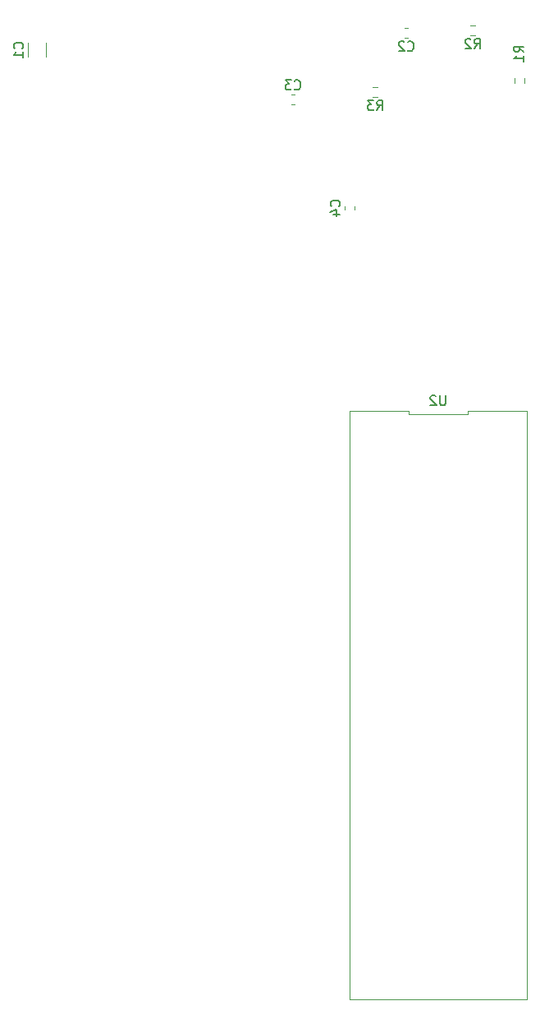
<source format=gbr>
G04 #@! TF.GenerationSoftware,KiCad,Pcbnew,5.1.10-1.fc34*
G04 #@! TF.CreationDate,2021-06-07T07:45:22+01:00*
G04 #@! TF.ProjectId,A500,41353030-2e6b-4696-9361-645f70636258,rev?*
G04 #@! TF.SameCoordinates,Original*
G04 #@! TF.FileFunction,Legend,Bot*
G04 #@! TF.FilePolarity,Positive*
%FSLAX46Y46*%
G04 Gerber Fmt 4.6, Leading zero omitted, Abs format (unit mm)*
G04 Created by KiCad (PCBNEW 5.1.10-1.fc34) date 2021-06-07 07:45:22*
%MOMM*%
%LPD*%
G01*
G04 APERTURE LIST*
%ADD10C,0.120000*%
%ADD11C,0.150000*%
G04 APERTURE END LIST*
D10*
G04 #@! TO.C,C1*
X58780000Y-30022748D02*
X58780000Y-31445252D01*
X60600000Y-30022748D02*
X60600000Y-31445252D01*
G04 #@! TO.C,R3*
X94360276Y-34529500D02*
X94869724Y-34529500D01*
X94360276Y-35574500D02*
X94869724Y-35574500D01*
G04 #@! TO.C,C4*
X91438000Y-46843733D02*
X91438000Y-47136267D01*
X92458000Y-46843733D02*
X92458000Y-47136267D01*
G04 #@! TO.C,C3*
X86252267Y-35304000D02*
X85959733Y-35304000D01*
X86252267Y-36324000D02*
X85959733Y-36324000D01*
G04 #@! TO.C,U2*
X98052001Y-67886400D02*
X91972001Y-67886400D01*
X98052001Y-68246400D02*
X98052001Y-67886400D01*
X104132000Y-68246400D02*
X98052001Y-68246400D01*
X104132000Y-67886400D02*
X104132000Y-68246400D01*
X110212000Y-67886400D02*
X104132000Y-67886400D01*
X110211999Y-128506400D02*
X110212000Y-67886400D01*
X91972000Y-128506400D02*
X110211999Y-128506400D01*
X91972001Y-67886400D02*
X91972000Y-128506400D01*
G04 #@! TO.C,R2*
X104393276Y-28179500D02*
X104902724Y-28179500D01*
X104393276Y-29224500D02*
X104902724Y-29224500D01*
G04 #@! TO.C,R1*
X109996500Y-33654276D02*
X109996500Y-34163724D01*
X108951500Y-33654276D02*
X108951500Y-34163724D01*
G04 #@! TO.C,C2*
X97643733Y-29466000D02*
X97936267Y-29466000D01*
X97643733Y-28446000D02*
X97936267Y-28446000D01*
G04 #@! TO.C,C1*
D11*
X58197142Y-30567333D02*
X58244761Y-30519714D01*
X58292380Y-30376857D01*
X58292380Y-30281619D01*
X58244761Y-30138761D01*
X58149523Y-30043523D01*
X58054285Y-29995904D01*
X57863809Y-29948285D01*
X57720952Y-29948285D01*
X57530476Y-29995904D01*
X57435238Y-30043523D01*
X57340000Y-30138761D01*
X57292380Y-30281619D01*
X57292380Y-30376857D01*
X57340000Y-30519714D01*
X57387619Y-30567333D01*
X58292380Y-31519714D02*
X58292380Y-30948285D01*
X58292380Y-31234000D02*
X57292380Y-31234000D01*
X57435238Y-31138761D01*
X57530476Y-31043523D01*
X57578095Y-30948285D01*
G04 #@! TO.C,R3*
X94781666Y-36934380D02*
X95115000Y-36458190D01*
X95353095Y-36934380D02*
X95353095Y-35934380D01*
X94972142Y-35934380D01*
X94876904Y-35982000D01*
X94829285Y-36029619D01*
X94781666Y-36124857D01*
X94781666Y-36267714D01*
X94829285Y-36362952D01*
X94876904Y-36410571D01*
X94972142Y-36458190D01*
X95353095Y-36458190D01*
X94448333Y-35934380D02*
X93829285Y-35934380D01*
X94162619Y-36315333D01*
X94019761Y-36315333D01*
X93924523Y-36362952D01*
X93876904Y-36410571D01*
X93829285Y-36505809D01*
X93829285Y-36743904D01*
X93876904Y-36839142D01*
X93924523Y-36886761D01*
X94019761Y-36934380D01*
X94305476Y-36934380D01*
X94400714Y-36886761D01*
X94448333Y-36839142D01*
G04 #@! TO.C,C4*
X90875142Y-46823333D02*
X90922761Y-46775714D01*
X90970380Y-46632857D01*
X90970380Y-46537619D01*
X90922761Y-46394761D01*
X90827523Y-46299523D01*
X90732285Y-46251904D01*
X90541809Y-46204285D01*
X90398952Y-46204285D01*
X90208476Y-46251904D01*
X90113238Y-46299523D01*
X90018000Y-46394761D01*
X89970380Y-46537619D01*
X89970380Y-46632857D01*
X90018000Y-46775714D01*
X90065619Y-46823333D01*
X90303714Y-47680476D02*
X90970380Y-47680476D01*
X89922761Y-47442380D02*
X90637047Y-47204285D01*
X90637047Y-47823333D01*
G04 #@! TO.C,C3*
X86272666Y-34741142D02*
X86320285Y-34788761D01*
X86463142Y-34836380D01*
X86558380Y-34836380D01*
X86701238Y-34788761D01*
X86796476Y-34693523D01*
X86844095Y-34598285D01*
X86891714Y-34407809D01*
X86891714Y-34264952D01*
X86844095Y-34074476D01*
X86796476Y-33979238D01*
X86701238Y-33884000D01*
X86558380Y-33836380D01*
X86463142Y-33836380D01*
X86320285Y-33884000D01*
X86272666Y-33931619D01*
X85939333Y-33836380D02*
X85320285Y-33836380D01*
X85653619Y-34217333D01*
X85510761Y-34217333D01*
X85415523Y-34264952D01*
X85367904Y-34312571D01*
X85320285Y-34407809D01*
X85320285Y-34645904D01*
X85367904Y-34741142D01*
X85415523Y-34788761D01*
X85510761Y-34836380D01*
X85796476Y-34836380D01*
X85891714Y-34788761D01*
X85939333Y-34741142D01*
G04 #@! TO.C,U2*
X101853904Y-66338780D02*
X101853904Y-67148304D01*
X101806285Y-67243542D01*
X101758666Y-67291161D01*
X101663428Y-67338780D01*
X101472952Y-67338780D01*
X101377714Y-67291161D01*
X101330095Y-67243542D01*
X101282476Y-67148304D01*
X101282476Y-66338780D01*
X100853904Y-66434019D02*
X100806285Y-66386400D01*
X100711047Y-66338780D01*
X100472952Y-66338780D01*
X100377714Y-66386400D01*
X100330095Y-66434019D01*
X100282476Y-66529257D01*
X100282476Y-66624495D01*
X100330095Y-66767352D01*
X100901523Y-67338780D01*
X100282476Y-67338780D01*
G04 #@! TO.C,R2*
X104814666Y-30584380D02*
X105148000Y-30108190D01*
X105386095Y-30584380D02*
X105386095Y-29584380D01*
X105005142Y-29584380D01*
X104909904Y-29632000D01*
X104862285Y-29679619D01*
X104814666Y-29774857D01*
X104814666Y-29917714D01*
X104862285Y-30012952D01*
X104909904Y-30060571D01*
X105005142Y-30108190D01*
X105386095Y-30108190D01*
X104433714Y-29679619D02*
X104386095Y-29632000D01*
X104290857Y-29584380D01*
X104052761Y-29584380D01*
X103957523Y-29632000D01*
X103909904Y-29679619D01*
X103862285Y-29774857D01*
X103862285Y-29870095D01*
X103909904Y-30012952D01*
X104481333Y-30584380D01*
X103862285Y-30584380D01*
G04 #@! TO.C,R1*
X109926380Y-30948333D02*
X109450190Y-30615000D01*
X109926380Y-30376904D02*
X108926380Y-30376904D01*
X108926380Y-30757857D01*
X108974000Y-30853095D01*
X109021619Y-30900714D01*
X109116857Y-30948333D01*
X109259714Y-30948333D01*
X109354952Y-30900714D01*
X109402571Y-30853095D01*
X109450190Y-30757857D01*
X109450190Y-30376904D01*
X109926380Y-31900714D02*
X109926380Y-31329285D01*
X109926380Y-31615000D02*
X108926380Y-31615000D01*
X109069238Y-31519761D01*
X109164476Y-31424523D01*
X109212095Y-31329285D01*
G04 #@! TO.C,C2*
X97956666Y-30743142D02*
X98004285Y-30790761D01*
X98147142Y-30838380D01*
X98242380Y-30838380D01*
X98385238Y-30790761D01*
X98480476Y-30695523D01*
X98528095Y-30600285D01*
X98575714Y-30409809D01*
X98575714Y-30266952D01*
X98528095Y-30076476D01*
X98480476Y-29981238D01*
X98385238Y-29886000D01*
X98242380Y-29838380D01*
X98147142Y-29838380D01*
X98004285Y-29886000D01*
X97956666Y-29933619D01*
X97575714Y-29933619D02*
X97528095Y-29886000D01*
X97432857Y-29838380D01*
X97194761Y-29838380D01*
X97099523Y-29886000D01*
X97051904Y-29933619D01*
X97004285Y-30028857D01*
X97004285Y-30124095D01*
X97051904Y-30266952D01*
X97623333Y-30838380D01*
X97004285Y-30838380D01*
G04 #@! TD*
M02*

</source>
